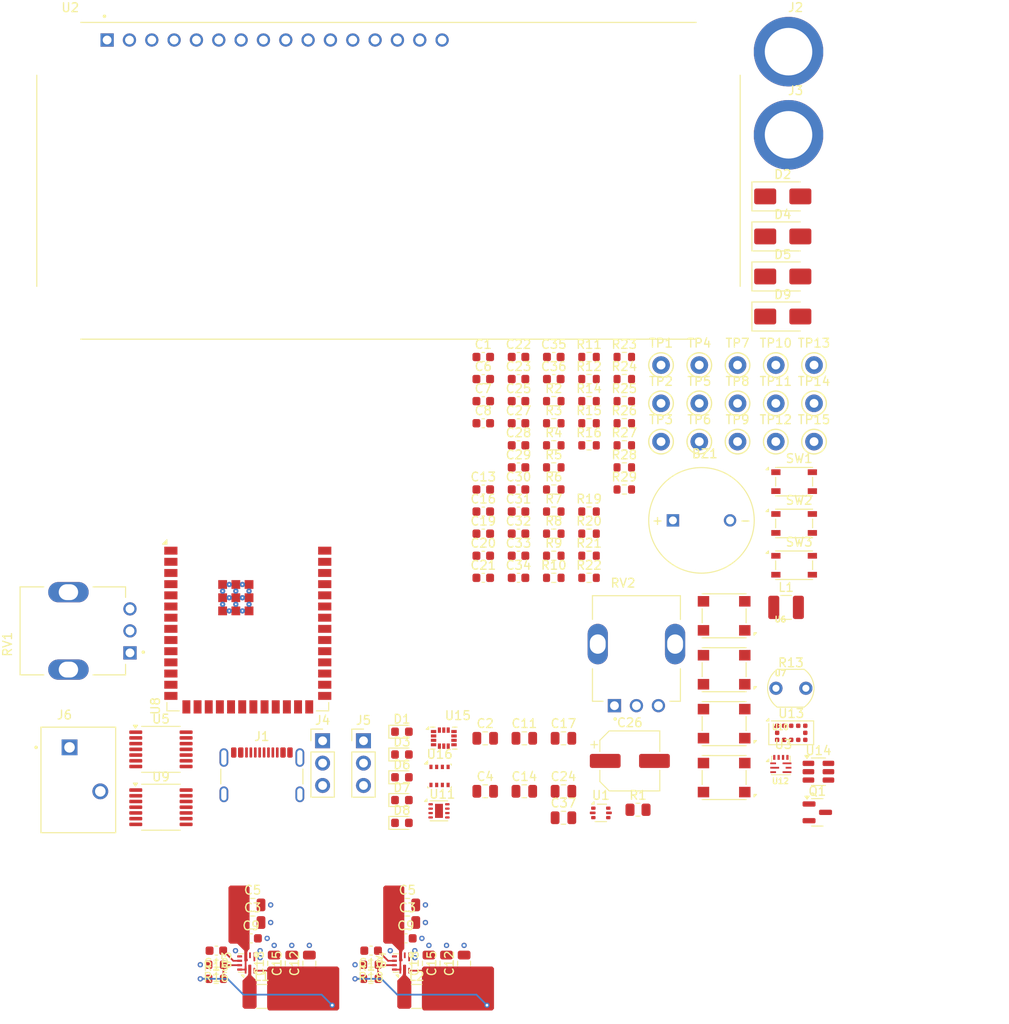
<source format=kicad_pcb>
(kicad_pcb (version 20240108) (generator "pcbnew") (generator_version "8.0")
  (layers (0 "F.Cu" signal) (1 "In1.Cu" signal) (2 "In2.Cu" signal) (31 "B.Cu" signal) (34 "B.Paste" user) (35 "F.Paste" user) (36 "B.SilkS" user "B.Silkscreen") (37 "F.SilkS" user "F.Silkscreen") (38 "B.Mask" user) (39 "F.Mask" user) (44 "Edge.Cuts" user))
  (net 0 "")
  (net 1 "+3V3")
  (net 2 "Net-(D9-A)")
  (net 3 "SHIELD")
  (net 4 "Net-(J1-SHIELD)")
  (net 5 "GND")
  (net 6 "+VBUS")
  (net 7 "+12V-EXT")
  (net 8 "/ESP-EN")
  (net 9 "Net-(U3-NR{slash}SS)")
  (net 10 "Net-(U4-NR{slash}SS)")
  (net 11 "+5V-EXT")
  (net 12 "/V-DAC-FILT")
  (net 13 "/V-POT-FILT")
  (net 14 "/V-PHOTO-FILT")
  (net 15 "Net-(D1-K)")
  (net 16 "+VBUS-CONN")
  (net 17 "Net-(D3-K)")
  (net 18 "Net-(D4-A)")
  (net 19 "Net-(D6-K)")
  (net 20 "Net-(D7-K)")
  (net 21 "/USER-LED")
  (net 22 "Net-(D8-K)")
  (net 24 "Net-(J1-D--PadA7)")
  (net 25 "Net-(J1-D+-PadA6)")
  (net 26 "Net-(J1-CC2)")
  (net 27 "Net-(J1-CC1)")
  (net 29 "/PWM-SERVO-5V")
  (net 30 "/UART1-TX")
  (net 31 "/UART1-RX")
  (net 32 "/MOTOR-OUT2")
  (net 33 "/MOTOR-OUT1")
  (net 34 "Net-(U3-SW)")
  (net 35 "Net-(U4-SW)")
  (net 36 "Net-(Q1-B)")
  (net 37 "/USER-BUTTON")
  (net 38 "/BOOT-SEL")
  (net 39 "Net-(U2-LEDA)")
  (net 40 "/V-PHOTO")
  (net 41 "Net-(U3-FB)")
  (net 42 "Net-(U4-FB)")
  (net 43 "/V-POT")
  (net 44 "/V-DAC")
  (net 45 "/PWM-BUZZER")
  (net 46 "/I2C-SDA")
  (net 47 "/I2C-SCL")
  (net 48 "Net-(U11-IPROPI)")
  (net 49 "/SPI-MISO")
  (net 50 "/IMU-CS")
  (net 51 "/ATMO-CS")
  (net 52 "Net-(U13-XSHUT)")
  (net 53 "/LCD-VO")
  (net 54 "/MOTOR-IN1")
  (net 55 "/MOTOR-IN2")
  (net 56 "/SPI-MOSI")
  (net 57 "/SPI-SCLK")
  (net 58 "/PWM-SERVO")
  (net 59 "/USB-DN")
  (net 60 "/USB-DP")
  (net 61 "/LCD-DB5-5V")
  (net 62 "/LCD-EN-5V")
  (net 63 "/LCD-DB4-5V")
  (net 68 "/LCD-RS-5V")
  (net 69 "/LCD-DB6-5V")
  (net 70 "/LCD-DB7-5V")
  (net 74 "/LCD-EN")
  (net 76 "/LCD-RS")
  (net 77 "Net-(U6-DO)")
  (net 78 "/PWM-LED")
  (net 79 "Net-(U10-DI)")
  (net 80 "/IMU-INT1")
  (net 81 "/LCD-DB4")
  (net 83 "/LCD-DB7")
  (net 85 "/LCD-DB6")
  (net 89 "/LCD-DB5")
  (net 92 "Net-(U10-DO)")
  (footprint "TestPoint:TestPoint_Keystone_5000-5004_Miniature" (layer "F.Cu") (at 314.4 87.145)
    (property "Reference" "TP15")
    (property "Value" "TestPoint")
  )
  (footprint "TestPoint:TestPoint_Keystone_5000-5004_Miniature" (layer "F.Cu") (at 314.4 82.795)
    (property "Reference" "TP14")
    (property "Value" "TestPoint")
  )
  (footprint "Resistor_SMD:R_0603_1608Metric" (layer "F.Cu") (at 292.82 90.075)
    (property "Reference" "R28")
    (property "Value" "5.1k")
  )
  (footprint "reck-ics:VQFN-HR-10_2x2mm" (layer "F.Cu") (at 250 146.4 90)
    (property "Reference" "U3")
    (property "Value" "TPS62912RPUR")
  )
  (footprint "Package_SON:WSON-8-1EP_2x2mm_P0.5mm_EP0.9x1.6mm" (layer "F.Cu") (at 271.745 129.11)
    (property "Reference" "U11")
    (property "Value" "DRV8231ADSGR")
  )
  (footprint "Capacitor_SMD:C_0603_1608Metric" (layer "F.Cu") (at 280.79 87.565)
    (property "Reference" "C28")
    (property "Value" "100nF")
  )
  (footprint "Capacitor_SMD:C_0603_1608Metric" (layer "F.Cu") (at 276.78 77.525)
    (property "Reference" "C1")
    (property "Value" "2.2nF")
  )
  (footprint "Capacitor_SMD:C_0805_2012Metric" (layer "F.Cu") (at 255 146.45 90)
    (property "Reference" "C15")
    (property "Value" "22uF")
  )
  (footprint "Resistor_SMD:R_0603_1608Metric" (layer "F.Cu") (at 292.82 77.525)
    (property "Reference" "R23")
    (property "Value" "5.1k")
  )
  (footprint "Capacitor_SMD:C_0603_1608Metric" (layer "F.Cu") (at 276.78 100.115)
    (property "Reference" "C20")
    (property "Value" "100nF")
  )
  (footprint "Capacitor_SMD:C_0603_1608Metric" (layer "F.Cu") (at 280.79 85.055)
    (property "Reference" "C27")
    (property "Value" "100nF")
  )
  (footprint "Capacitor_SMD:C_0603_1608Metric" (layer "F.Cu") (at 280.79 97.605)
    (property "Reference" "C32")
    (property "Value" "100nF")
  )
  (footprint "Resistor_SMD:R_0603_1608Metric" (layer "F.Cu") (at 284.8 90.075)
    (property "Reference" "R5")
    (property "Value" "5.1k")
  )
  (footprint "Capacitor_SMD:C_0603_1608Metric" (layer "F.Cu") (at 280.79 90.075)
    (property "Reference" "C29")
    (property "Value" "100nF")
  )
  (footprint "Capacitor_SMD:C_0805_2012Metric" (layer "F.Cu") (at 274.6 146.45 90)
    (property "Reference" "C12")
    (property "Value" "22uF")
  )
  (footprint "Resistor_SMD:R_0603_1608Metric" (layer "F.Cu") (at 284.8 102.625)
    (property "Reference" "R10")
    (property "Value" "130R")
  )
  (footprint "Capacitor_SMD:C_0603_1608Metric" (layer "F.Cu") (at 276.78 97.605)
    (property "Reference" "C19")
    (property "Value" "100nF")
  )
  (footprint "Capacitor_SMD:C_0603_1608Metric" (layer "F.Cu") (at 246.425 145 180)
    (property "Reference" "C10")
    (property "Value" "1uF")
  )
  (footprint "TestPoint:TestPoint_Keystone_5000-5004_Miniature" (layer "F.Cu") (at 310.05 78.445)
    (property "Reference" "TP10")
    (property "Value" "TestPoint")
  )
  (footprint "TestPoint:TestPoint_Keystone_5000-5004_Miniature" (layer "F.Cu") (at 297 87.145)
    (property "Reference" "TP3")
    (property "Value" "TestPoint")
  )
  (footprint "Capacitor_SMD:C_0603_1608Metric" (layer "F.Cu") (at 276.78 80.035)
    (property "Reference" "C6")
    (property "Value" "1uF")
  )
  (footprint "Resistor_SMD:R_0603_1608Metric" (layer "F.Cu") (at 284.8 95.095)
    (property "Reference" "R7")
    (property "Value" "5.1k")
  )
  (footprint "Package_TO_SOT_SMD:SOT-666" (layer "F.Cu") (at 290.15 129.34)
    (property "Reference" "U1")
    (property "Value" "USBLC6-2P6")
  )
  (footprint "Resistor_SMD:R_0603_1608Metric" (layer "F.Cu") (at 284.8 100.115)
    (property "Reference" "R9")
    (property "Value" "130R")
  )
  (footprint "reck-ics:LGA-14_2.5x3.0mm_P0.5mm" (layer "F.Cu") (at 272.29 120.845)
    (property "Reference" "U15")
    (property "Value" "ISM330DHCXTR" (hide yes))
  )
  (footprint "Resistor_SMD:R_0603_1608Metric" (layer "F.Cu") (at 284.8 87.565)
    (property "Reference" "R4")
    (property "Value" "5.1k")
  )
  (footprint "Capacitor_SMD:C_0805_2012Metric" (layer "F.Cu") (at 257 146.45 90)
    (property "Reference" "C12")
    (property "Value" "22uF")
  )
  (footprint "Capacitor_SMD:C_0603_1608Metric" (layer "F.Cu") (at 250.375 143.6)
    (property "Reference" "C9")
    (property "Value" "2.2nF")
  )
  (footprint "reck-ics:VQFN-HR-10_2x2mm" (layer "F.Cu") (at 310.625 123.959998)
    (property "Reference" "U3")
    (property "Value" "TPS62912RPUR")
  )
  (footprint "Diode_SMD:D_SMA" (layer "F.Cu") (at 310.845 59.275)
    (property "Reference" "D2")
    (property "Value" "CDBA340L-HF")
  )
  (footprint "Capacitor_SMD:C_0805_2012Metric" (layer "F.Cu") (at 268.15 139.8)
    (property "Reference" "C5")
    (property "Value" "10uF")
  )
  (footprint "Capacitor_SMD:C_0805_2012Metric" (layer "F.Cu") (at 253 146.45 90)
    (property "Reference" "C18")
    (property "Value" "22uF")
  )
  (footprint "Capacitor_SMD:C_0603_1608Metric" (layer "F.Cu") (at 280.79 95.095)
    (property "Reference" "C31")
    (property "Value" "100nF")
  )
  (footprint "TestPoint:TestPoint_Keystone_5000-5004_Miniature" (layer "F.Cu") (at 310.05 87.145)
    (property "Reference" "TP12")
    (property "Value" "TestPoint")
  )
  (footprint "reck-ics:WS2812B" (layer "F.Cu") (at 304.175 125.3245)
    (property "Reference" "U12")
    (property "Value" "WS2812B")
  )
  (footprint "Capacitor_SMD:C_0805_2012Metric" (layer "F.Cu") (at 250.55 139.8)
    (property "Reference" "C5")
    (property "Value" "10uF")
  )
  (footprint "Capacitor_SMD:C_0805_2012Metric" (layer "F.Cu") (at 272.6 146.45 90)
    (property "Reference" "C15")
    (property "Value" "22uF")
  )
  (footprint "Resistor_SMD:R_0603_1608Metric" (layer "F.Cu") (at 288.81 97.605)
    (property "Reference" "R20")
    (property "Value" "5.1k")
  )
  (footprint "Capacitor_SMD:C_0603_1608Metric" (layer "F.Cu") (at 284.8 80.035)
    (property "Reference" "C36")
    (property "Value" "100nF")
  )
  (footprint "Resistor_SMD:R_0603_1608Metric" (layer "F.Cu") (at 288.81 77.525)
    (property "Reference" "R11")
    (property "Value" "5.1k")
  )
  (footprint "Capacitor_SMD:C_0603_1608Metric" (layer "F.Cu") (at 280.79 102.625)
    (property "Reference" "C34")
    (property "Value" "100nF")
  )
  (footprint "Connector_PinHeader_2.54mm:PinHeader_1x03_P2.54mm_Vertical" (layer "F.Cu") (at 263.16 121.145)
    (property "Reference" "J5")
    (property "Value" "Conn_01x03_Pin")
  )
  (footprint "Capacitor_SMD:C_0603_1608Metric" (layer "F.Cu") (at 280.79 82.545)
    (property "Reference" "C25")
    (property "Value" "100nF")
  )
  (footprint "LED_SMD:LED_0603_1608Metric" (layer "F.Cu") (at 267.53 130.475)
    (property "Reference" "D8")
    (property "Value" "LED")
  )
  (footprint "TestPoint:TestPoint_Keystone_5000-5004_Miniature" (layer "F.Cu") (at 297 82.795)
    (property "Reference" "TP2")
    (property "Value" "TestPoint")
  )
  (footprint "OptoDevice:R_LDR_5.1x4.3mm_P3.4mm_Vertical" (layer "F.Cu") (at 310.07 115.175)
    (property "Reference" "R13")
    (property "Value" "02-LDR4")
  )
  (footprint "Capacitor_SMD:C_0603_1608Metric" (layer "F.Cu") (at 280.79 80.035)
    (property "Reference" "C23")
    (property "Value" "100nF")
  )
  (footprint "Resistor_SMD:R_0603_1608Metric" (layer "F.Cu") (at 284.8 92.585)
    (property "Reference" "R6")
    (property "Value" "330R")
  )
  (footprint "Resistor_SMD:R_0603_1608Metric" (layer "F.Cu") (at 288.81 87.565)
    (property "Reference" "R16")
    (property "Value" "5.1k")
  )
  (footprint "reck-audio:CEM-1206S" (layer "F.Cu") (at 301.6 96.095)
    (property "Reference" "BZ1")
    (property "Value" "CEM-1206S")
  )
  (footprint "Resistor_SMD:R_0603_1608Metric" (layer "F.Cu") (at 288.81 85.055)
    (property "Reference" "R15")
    (property "Value" "16k")
  )
  (footprint "Capacitor_SMD:C_0603_1608Metric" (layer "F.Cu") (at 276.78 85.055)
    (property "Reference" "C8")
    (property "Value" "1uF")
  )
  (footprint "Resistor_SMD:R_0603_1608Metric" (layer "F.Cu") (at 292.82 80.035)
    (property "Reference" "R24")
    (property "Value" "5.1k")
  )
  (footprint "reck-switches:PT01-D130D-B103" (layer "F.Cu") (at 229.6 108.655 90)
    (property "Reference" "RV1")
    (property "Value" "10k")
  )
  (footprint "Resistor_SMD:R_0603_1608Metric" (layer "F.Cu") (at 292.82 87.565)
    (property "Reference" "R27")
    (property "Value" "5.1k")
  )
  (footprint "Capacitor_SMD:C_0805_2012Metric" (layer "F.Cu") (at 281.45 120.865)
    (property "Reference" "C11")
    (property "Value" "22uF")
  )
  (footprint "Resistor_SMD:R_0603_1608Metric" (layer "F.Cu") (at 288.81 80.035)
    (property "Reference" "R12")
    (property "Value" "130R")
  )
  (footprint "TestPoint:TestPoint_Keystone_5000-5004_Miniature" (layer "F.Cu") (at 301.35 82.795)
    (property "Reference" "TP5")
    (property "Value" "TestPoint")
  )
  (footprint "Capacitor_SMD:C_0603_1608Metric" (layer "F.Cu") (at 276.78 102.625)
    (property "Reference" "C21")
    (property "Value" "100nF")
  )
  (footprint "Package_TO_SOT_SMD:SOT-23" (layer "F.Cu") (at 314.77 129.28)
    (property "Reference" "Q1")
    (property "Value" "BC846")
  )
  (footprint "Resistor_SMD:R_0805_2012Metric" (layer "F.Cu") (at 294.38 128.985)
    (property "Reference" "R1")
    (property "Value" "1M")
  )
  (footprint "Resistor_SMD:R_0603_1608Metric" (layer "F.Cu") (at 292.82 92.585)
    (property "Reference" "R29")
    (property "Value" "5.1k")
  )
  (footprint "reck-connectors:575-4" (layer "F.Cu") (at 311.5 42.825)
    (property "Reference" "J2")
    (property "Value" "575-4")
  )
  (footprint "Diode_SMD:D_SMA" (layer "F.Cu") (at 310.845 72.925)
    (property "Reference" "D9")
    (property "Value" "CDBA340L-HF")
  )
  (footprint "reck-switches:PTS810_SJM_250_SMTR_LFS" (layer "F.Cu") (at 312.135 96.445)
    (property "Reference" "SW2")
    (property "Value" "PTS810_SJM_250_SMTR_LFS")
  )
  (footprint "Capacitor_SMD:C_0805_2012Metric" (layer "F.Cu") (at 277 126.885)
    (property "Reference" "C4")
    (property "Value" "10uF")
  )
  (footprint "reck-ics:WS2812B" (layer "F.Cu") (at 304.175 113.0705)
    (property "Reference" "U7")
    (property "Value" "WS2812B")
  )
  (footprint "Capacitor_SMD:C_0603_1608Metric" (layer "F.Cu") (at 280.79 100.115)
    (property "Reference" "C33")
    (property "Value" "100nF")
  )
  (footprint "Capacitor_SMD:C_0603_1608Metric" (layer "F.Cu") (at 276.78 95.095)
    (property "Reference" "C16")
    (property "Value" "100nF")
  )
  (footprint "Resistor_SMD:R_0603_1608Metric" (layer "F.Cu") (at 284.8 82.545)
    (property "Reference" "R2")
    (property "Value" "5.1k")
  )
  (footprint "Capacitor_SMD:C_0603_1608Metric" (layer "F.Cu") (at 280.79 77.525)
    (property "Reference" "C22")
    (property "Value" "100nF")
  )
  (footprint "Capacitor_SMD:C_0805_2012Metric" (layer "F.Cu") (at 268.15 141.8)
    (property "Reference" "C3")
    (property "Value" "10uF")
  )
  (footprint "reck-switches:PT01-D130D-B103" (layer "F.Cu") (at 294.2 110.155)
    (property "Reference" "RV2")
    (property "Value" "10k")
  )
  (footprint "Inductor_SMD:L_1210_3225Metric" (layer "F.Cu") (at 269.2 150.2)
    (property "Reference" "L2")
    (property "Value" "2.2uH")
  )
  (footprint "LED_SMD:LED_0603_1608Metric" (layer "F.Cu") (at 267.53 122.705)
    (property "Reference" "D3")
    (property "Value" "LED")
  )
  (footprint "Resistor_SMD:R_0603_1608Metric" (layer "F.Cu") (at 284.8 85.055)
    (property "Reference" "R3")
    (property "Value" "1k")
  )
  (footprint "Capacitor_SMD:C_0603_1608Metric" (layer "F.Cu") (at 280.79 92.585)
    (property "Reference" "C30")
    (property "Value" "100nF")
  )
  (footprint "Package_SO:TSSOP-14_4.4x5mm_P0.65mm" (layer "F.Cu") (at 240.12 128.695)
    (property "Reference" "U9")
    (property "Value" "TXU0104PWR")
  )
  (footprint "TestPoint:TestPoint_Keystone_5000-5004_Miniature" (layer "F.Cu") (at 305.7 78.445)
    (property "Reference" "TP7")
    (property "Value" "TestPoint")
  )
  (footprint "TestPoint:TestPoint_Keystone_5000-5004_Miniature" (layer "F.Cu") (at 305.7 82.795)
    (property "Reference" "TP8")
    (property "Value" "TestPoint")
  )
  (footprint "Package_TO_SOT_SMD:SOT-23-6" (layer "F.Cu") (at 314.9 124.66)
    (property "Reference" "U14")
    (property "Value" "MCP4725A0T-E/CH")
  )
  (footprint "Inductor_SMD:L_1210_3225Metric" (layer "F.Cu") (at 311.22 105.985)
    (property "Reference" "L1")
    (property "Value" "2.2uH")
  )
  (footprint "LED_SMD:LED_0603_1608Metric" (layer "F.Cu") (at 267.53 120.115)
    (property "Reference" "D1")
    (property "Value" "LED")
  )
  (footprint "Diode_SMD:D_SMA" (layer "F.Cu") (at 310.845 68.375)
    (property "Reference" "D5")
    (property "Value" "1SMA5928BT3G")
  )
  (footprint "Resistor_SMD:R_0603_1608Metric" (layer "F.Cu") (at 288.81 82.545)
    (property "Reference" "R14")
    (property "Value" "5.1k")
  )
  (footprint "Capacitor_SMD:C_0805_2012Metric" (layer "F.Cu") (at 250.55 141.8)
    (property "Reference" "C3")
    (property "Value" "10uF")
  )
  (footprint "Resistor_SMD:R_0603_1608Metric" (layer "F.Cu") (at 288.81 95.095)
    (property "Reference" "R19")
    (property "Value" "5.1k")
  )
  (footprint "Resistor_SMD:R_0603_1608Metric" (layer "F.Cu") (at 264 148.2)
    (property "Reference" "R17")
    (property "Value" "26.7k")
  )
  (footprint "reck-ics:WS2812B" (layer "F.Cu") (at 304.175 106.9435)
    (property "Reference" "U6")
    (property "Value" "WS2812B")
  )
  (footprint "TestPoint:TestPoint_Keystone_5000-5004_Miniature" (layer "F.Cu") (at 297 78.445)
    (property "Reference" "TP1")
    (property "Value" "TestPoint")
  )
  (footprint "TestPoint:TestPoint_Keystone_5000-5004_Miniature" (layer "F.Cu") (at 301.35 87.145)
    (property "Reference" "TP6")
    (property "Value" "TestPoint")
  )
  (footprint "Diode_SMD:D_SMA" (layer "F.Cu") (at 310.845 63.825)
    (property "Reference" "D4")
    (property "Value" "CDBA340L-HF")
  )
  (footprint "reck-ics:VQFN-HR-10_2x2mm" (layer "F.Cu") (at 267.6 146.4 90)
    (property "Reference" "U4")
    (property "Value" "TPS62912RPUR")
  )
  (footprint "LED_SMD:LED_0603_1608Metric" (layer "F.Cu") (at 267.53 127.885)
    (property "Reference" "D7")
    (property "Value" "LED")
  )
  (footprint "Sensor_Distance:ST_VL53L1x" (layer "F.Cu") (at 311.805 120.24)
    (property "Reference" "U13")
    (property "Value" "VL53L0CXV0DH1")
  )
  (footprint "reck-switches:PTS810_SJM_250_SMTR_LFS" (layer "F.Cu") (at 312.135 101.195)
    (property "Reference" "SW3")
    (property "Value" "PTS810_SJM_250_SMTR_LFS")
  )
  (footprint "Package_SO:TSSOP-14_4.4x5mm_P0.65mm" (layer "F.Cu") (at 240.12 122.12)
    (property "Reference" "U5")
    (property "Value" "TXU0104PWR")
  )
  (footprint "Capacitor_SMD:C_0603_1608Metric" (layer "F.Cu") (at 267.975 143.6)
    (property "Reference" "C9")
    (property "Value" "2.2nF")
  )
  (footprint "Resistor_SMD:R_0603_1608Metric" (layer "F.Cu") (at 292.82 85.055)
    (property "Reference" "R26")
    (property "Value" "5.1k")
  )
  (footprint "Resistor_SMD:R_0603_1608Metric" (layer "F.Cu") (at 246.4 146.6 180)
    (property "Reference" "R16")
    (property "Value" "5.1k")
  )
  (footprint "TestPoint:TestPoint_Keystone_5000-5004_Miniature" (layer "F.Cu") (at 305.7 87.145)
    (property "Reference" "TP9")
    (property "Value" "TestPoint")
  )
  (footprint "Capacitor_SMD:C_0805_2012Metric" (layer "F.Cu") (at 285.9 129.895)
    (property "Reference" "C37")
    (property "Value" "10uF")
  )
  (footprint "Capacitor_SMD:CP_Elec_6.3x5.9" (layer "F.Cu") (at 293.45 123.435)
    (property "Reference" "C26")
    (property "Value" "47uF")
  )
  (footprint "Capacitor_SMD:C_0805_2012Metric" (layer "F.Cu") (at 270.6 146.45 90)
    (property "Reference" "C18")
    (property "Value" "22uF")
  )
  (footprint "TestPoint:TestPoint_Keystone_5000-5004_Miniature" (layer "F.Cu") (at 314.4 78.445)
    (property "Reference" "TP13")
    (property "Value" "TestPoint")
  )
  (footprint "Capacitor_SMD:C_0603_1608Metric" (layer "F.Cu") (at 276.78 82.545)
    (property "Reference" "C7")
    (property "Value" "2.2nF")
  )
  (footprint "LED_SMD:LED_0603_1608Metric" (layer "F.Cu") (at 267.53 125.295)
    (property "Reference" "D6")
    (property "Value" "LED")
  )
  (footprint "Resistor_SMD:R_0603_1608Metric" (layer "F.Cu") (at 288.81 102.625)
    (property "Reference" "R22")
    (property "Value" "130R")
  )
  (footprint "reck-ics:WS2812B" (layer "F.Cu") (at 304.175 119.1975)
    (property "Reference" "U10")
    (property "Value" "WS2812B")
  )
  (footprint "reck-connectors:575-4" (layer "F.Cu") (at 311.5 52.275)
    (property "Reference" "J3")
    (property "Value" "575-4")
  )
  (footprint "Connector_PinHeader_2.54mm:PinHeader_1x03_P2.54mm_Vertical" (layer "F.Cu") (at 258.51 121.145)
    (property "Reference" "J4")
    (property "Value" "Conn_01x03_Pin")
  )
  (footprint "Capacitor_SMD:C_0603_1608Metric" (layer "F.Cu") (at 264.025 145 180)
    (property "Reference" "C10")
    (property "Value" "1uF")
  )
  (footprint "TestPoint:TestPoint_Keystone_5000-5004_Miniature" (layer "F.Cu") (at 301.35 78.445)
    (property "Reference" "TP4")
    (property "Value" "TestPoint")
  )
  (footprint "reck-ics:LCD2X16" (layer "F.Cu") (at 266 57.5)
    (property "Reference" "U2")
    (property "Value" "LCD2X16")
  )
  (footprint "Resistor_SMD:R_0603_1608Metric" (layer "F.Cu") (at 246.4 148.2)
    (property "Reference" "R15")
    (property "Value" "26.7k")
  )
  (footprint "RF_Module:ESP32-S3-WROOM-2" (layer "F.Cu") (at 250 104.795)
    (property "Reference" "U8")
    (property "Value" "ESP32-S3-WROOM-2")
  )
  (footprint "Resistor_SMD:R_0603_1608Metric" (layer "F.Cu") (at 288.81 100.115)
    (property "Reference" "R21")
    (property "Value" "5.1k")
  )
  (footprint "Resistor_SMD:R_0603_1608Metric" (layer "F.Cu") (at 284.8 97.605)
    (property "Reference" "R8")
    (property "Value" "330R")
  )
  (footprint "Inductor_SMD:L_1210_3225Metric" (layer "F.Cu") (at 251.6 150.2)
    (property "Reference" "L1")
    (property "Value" "2.2uH")
  )
  (footprint "Capacitor_SMD:C_0805_2012Metric" (layer "F.Cu") (at 285.9 120.865)
    (property "Reference" "C17")
    (property "Value" "22uF")
  )
  (footprint "Capacitor_SMD:C_0805_2012Metric" (layer "F.Cu") (at 281.45 126.885)
    (property "Reference" "C14")
    (property "Value" "22uF")
  )
  (footprint "Capacitor_SMD:C_0603_1608Metric" (layer "F.Cu") (at 284.8 77.525)
    (property "Reference" "C35")
    (property "Value" "100nF")
  )
  (footprint "Resistor_SMD:R_0603_1608Metric" (layer "F.Cu") (at 264 146.6 180)
    (property "Reference" "R18")
    (property "Value" "5.1k")
  )
  (footprint "Capacitor_SMD:C_0603_1608Metric" (layer "F.Cu") (at 276.78 92.585)
    (property "Reference" "C13")
    (property "Value" "100nF")
  )
  (footprint "Capacitor_SMD:C_0805_2012Metric" (layer "F.Cu") (at 285.9 126.885)
    (property "Reference" "C24")
    (property "Value" "22uF")
  )
  (footprint "Capacitor_SMD:C_0805_2012Metric" (layer "F.Cu") (at 277 120.865)
    (property "Reference" "C2")
    (property "Value" "10uF")
  )
  (footprint "Connector_USB:USB_C_Receptacle_GCT_USB4105-xx-A_16P_TopMnt_Horizontal" (layer "F.Cu") (at 251.6 126.155)
    (property "Reference" "J1")
    (property "Value" "USB4105-GF-A")
  )
  (footprint "TestPoint:TestPoint_Keystone_5000-5004_Miniature" (layer "F.Cu") (at 310.05 82.795)
    (property "Reference" "TP11")
    (property "Value" "TestPoint")
  )
  (footprint "Package_LGA:Bosch_LGA-8_2.5x2.5mm_P0.65mm_ClockwisePinNumbering" (layer "F.Cu") (at 271.805 125.14)
    (property "Reference" "U16")
    (property "Value" "BME280")
  )
  (footprint "Resistor_SMD:R_0603_1608Metric" (layer "F.Cu") (at 292.82 82.545)
    (property "Reference" "R25")
    (property "Value" "1k")
  )
  (footprint "reck-switches:PTS810_SJM_250_SMTR_LFS" (layer "F.Cu") (at 312.135 91.695)
    (property "Reference" "SW1")
    (property "Value" "PTS810_SJM_250_SMTR_LFS")
  )
  (footprint "reck-connectors:TBL002A-350-02GR-2OR" (layer "F.Cu") (at 229.725 121.895)
    (property "Reference" "J6")
    (property "Value" "TBL002A-350-02GR-2OR")
  )
  (via (at 253 144.4) (size 0.6) (drill 0.3) (layers "F.Cu" "B.Cu") (net 5))
  (via (at 251.4 145.8) (size 0.6) (drill 0.3) (layers "F.Cu" "B.Cu") (net 5))
  (via (at 269.8 143.6) (size 0.6) (drill 0.3) (layers "F.Cu" "B.Cu") (net 5))
  (via (at 255 144.4) (size 0.6) (drill 0.3) (layers "F.Cu" "B.Cu") (net 5))
  (via (at 252.6 141.8) (size 0.6) (drill 0.3) (layers "F.Cu" "B.Cu") (net 5))
  (via (at 257 144.4) (size 0.6) (drill 0.3) (layers "F.Cu" "B.Cu") (net 5))
  (via (at 252.2 143.6) (size 0.6) (drill 0.3) (layers "F.Cu" "B.Cu") (net 5))
  (via (at 270.2 139.8) (size 0.6) (drill 0.3) (layers "F.Cu" "B.Cu") (net 5))
  (via (at 270.2 141.8) (size 0.6) (drill 0.3) (layers "F.Cu" "B.Cu") (net 5))
  (via (at 269 145.8) (size 0.6) (drill 0.3) (layers "F.Cu" "B.Cu") (net 5))
  (via (at 266.2 145) (size 0.6) (drill 0.3) (layers "F.Cu" "B.Cu") (net 5))
  (via (at 269 145) (size 0.6) (drill 0.3) (layers "F.Cu" "B.Cu") (net 5))
  (via (at 251.4 145) (size 0.6) (drill 0.3) (layers "F.Cu" "B.Cu") (net 5))
  (via (at 270.6 144.4) (size 0.6) (drill 0.3) (layers "F.Cu" "B.Cu") (net 5))
  (via (at 262.2 146.6) (size 0.6) (drill 0.3) (layers "F.Cu" "B.Cu") (net 5))
  (via (at 272.6 144.4) (size 0.6) (drill 0.3) (layers "F.Cu" "B.Cu") (net 5))
  (via (at 244.6 146.6) (size 0.6) (drill 0.3) (layers "F.Cu" "B.Cu") (net 5))
  (via (at 252.6 139.8) (size 0.6) (drill 0.3) (layers "F.Cu" "B.Cu") (net 5))
  (via (at 274.6 144.4) (size 0.6) (drill 0.3) (layers "F.Cu" "B.Cu") (net 5))
  (via (at 248.6 145) (size 0.6) (drill 0.3) (layers "F.Cu" "B.Cu") (net 5))
  (segment (start 267.35 147.150001) (end 267.35 146.8) (width 0.2) (layer "F.Cu") (net 7))
  (segment (start 249.75 147.150001) (end 249.75 146.8) (width 0.2) (layer "F.Cu") (net 7))
  (segment (start 267.35 147.275) (end 267.35 145.699999) (width 0.2) (layer "F.Cu") (net 7))
  (segment (start 249.75 147.275) (end 249.75 145.699999) (width 0.2) (layer "F.Cu") (net 7))
  (segment (start 249.075001 147.150001) (end 249.75 147.150001) (width 0.2) (layer "F.Cu") (net 7))
  (segment (start 266.675001 147.150001) (end 267.35 147.150001) (width 0.2) (layer "F.Cu") (net 7))
  (segment (start 265.95 146.15) (end 266.675001 146.15) (width 0.2) (layer "F.Cu") (net 10))
  (segment (start 264.8 145) (end 265.95 146.15) (width 0.2) (layer "F.Cu") (net 10))
  (segment (start 247.2 145) (end 248.35 146.15) (width 0.2) (layer "F.Cu") (net 10))
  (segment (start 248.35 146.15) (end 249.075001 146.15) (width 0.2) (layer "F.Cu") (net 10))
  (segment (start 263.175 148.2) (end 262.2 148.2) (width 0.2) (layer "F.Cu") (net 11))
  (segment (start 270.475 147.275) (end 270.6 147.4) (width 0.2) (layer "F.Cu") (net 11))
  (segment (start 252.875 147.275) (end 253 147.4) (width 0.2) (layer "F.Cu") (net 11))
  (segment (start 268.350001 147.275) (end 270.475 147.275) (width 0.2) (layer "F.Cu") (net 11))
  (segment (start 245.575 148.2) (end 244.6 148.2) (width 0.2) (layer "F.Cu") (net 11))
  (segment (start 250.750001 147.275) (end 252.875 147.275) (width 0.2) (layer "F.Cu") (net 11))
  (via (at 244.6 148.2) (size 0.6) (drill 0.3) (layers "F.Cu" "B.Cu") (net 11))
  (via (at 262.2 148.2) (size 0.6) (drill 0.3) (layers "F.Cu" "B.Cu") (net 11))
  (via (at 277.2 151.2) (size 0.6) (drill 0.3) (layers "F.Cu" "B.Cu") (net 11))
  (via (at 259.6 151.2) (size 0.6) (drill 0.3) (layers "F.Cu" "B.Cu") (net 11))
  (segment (start 258.4 150) (end 249.5 150) (width 0.2) (layer "B.Cu") (net 11))
  (segment (start 265.2 148.2) (end 262.2 148.2) (width 0.2) (layer "B.Cu") (net 11))
  (segment (start 249.5 150) (end 247.7 148.2) (width 0.2) (layer "B.Cu") (net 11))
  (segment (start 267 150) (end 265.2 148.2) (width 0.2) (layer "B.Cu") (net 11))
  (segment (start 247.7 148.2) (end 244.6 148.2) (width 0.2) (layer "B.Cu") (net 11))
  (segment (start 259.6 151.2) (end 258.4 150) (width 0.2) (layer "B.Cu") (net 11))
  (segment (start 277.2 151.2) (end 276 150) (width 0.2) (layer "B.Cu") (net 11))
  (segment (start 276 150) (end 267 150) (width 0.2) (layer "B.Cu") (net 11))
  (segment (start 247.225 146.6) (end 247.275 146.65) (width 0.2) (layer "F.Cu") (net 42))
  (segment (start 247.225 148.2) (end 247.225 146.6) (width 0.2) (layer "F.Cu") (net 42))
  (segment (start 247.275 146.65) (end 249.075001 146.65) (width 0.2) (layer "F.Cu") (net 42))
  (segment (start 264.825 148.2) (end 264.825 146.6) (width 0.2) (layer "F.Cu") (net 42))
  (segment (start 264.875 146.65) (end 266.675001 146.65) (width 0.2) (layer "F.Cu") (net 42))
  (segment (start 264.825 146.6) (end 264.875 146.65) (width 0.2) (layer "F.Cu") (net 42))
  (zone (net 11) (net_name "+5V-EXT") (layer "F.Cu") (priority 1) (connect_pads thru_hole_only (clearance 0.127)) (min_thickness 0.127) (fill yes (thermal_gap 0.5) (thermal_bridge_width 0.5))
    (polygon (pts (xy 252.2 147) (xy 252.4 146.8) (xy 260.2 146.8) (xy 260.4 147) (xy 260.4 151.6) (xy 260.2 151.8) (xy 252.4 151.8) (xy 252.2 151.6)))
  )
  (zone (net 35) (net_name "Net-(U4-SW)") (layer "F.Cu") (connect_pads yes (clearance 0.127)) (min_thickness 0.127) (fill yes (thermal_gap 0.5) (thermal_bridge_width 0.5))
    (polygon (pts (xy 250 146.6) (xy 250 147.8) (xy 249.8 148) (xy 249.6 148.2) (xy 249.4 148.4) (xy 249.4 151.4) (xy 249.6 151.6) (xy 250.8 151.6) (xy 251 151.4) (xy 251 148.4) (xy 250.8 148.2) (xy 250.6 148) (xy 250.4 147.8) (xy 250.4 146.6)))
  )
  (zone (net 35) (net_name "Net-(U4-SW)") (layer "F.Cu") (connect_pads yes (clearance 0.127)) (min_thickness 0.127) (fill yes (thermal_gap 0.5) (thermal_bridge_width 0.5))
    (polygon (pts (xy 267.6 146.6) (xy 267.6 147.8) (xy 267.4 148) (xy 267.2 148.2) (xy 267 148.4) (xy 267 151.4) (xy 267.2 151.6) (xy 268.4 151.6) (xy 268.6 151.4) (xy 268.6 148.4) (xy 268.4 148.2) (xy 268.2 148) (xy 268 147.8) (xy 268 146.6)))
  )
  (zone (net 7) (net_name "+12V-EXT") (layer "F.Cu") (priority 2) (connect_pads thru_hole_only (clearance 0.127)) (min_thickness 0.127) (fill yes (thermal_gap 0.5) (thermal_bridge_width 0.5))
    (polygon (pts (xy 267.6 146.2) (xy 267.6 145) (xy 267.8 144.8) (xy 267.8 137.8) (xy 267.6 137.6) (xy 265.6 137.6) (xy 265.4 137.8) (xy 265.4 144) (xy 265.6 144.2) (xy 266.4 144.2) (xy 266.6 144.4) (xy 267 144.8) (xy 267.2 145) (xy 267.2 146.2)))
  )
  (zone (net 7) (net_name "+12V-EXT") (layer "F.Cu") (priority 2) (connect_pads thru_hole_only (clearance 0.127)) (min_thickness 0.127) (fill yes (thermal_gap 0.5) (thermal_bridge_width 0.5))
    (polygon (pts (xy 250 146.2) (xy 250 145) (xy 250.2 144.8) (xy 250.2 137.8) (xy 250 137.6) (xy 248 137.6) (xy 247.8 137.8) (xy 247.8 144) (xy 248 144.2) (xy 248.8 144.2) (xy 249 144.4) (xy 249.4 144.8) (xy 249.6 145) (xy 249.6 146.2)))
  )
  (zone (net 11) (net_name "+5V-EXT") (layer "F.Cu") (priority 1) (connect_pads thru_hole_only (clearance 0.127)) (min_thickness 0.127) (fill yes (thermal_gap 0.5) (thermal_bridge_width 0.5))
    (polygon (pts (xy 269.8 147) (xy 270 146.8) (xy 277.8 146.8) (xy 278 147) (xy 278 151.6) (xy 277.8 151.8) (xy 270 151.8) (xy 269.8 151.6)))
  )
)
</source>
